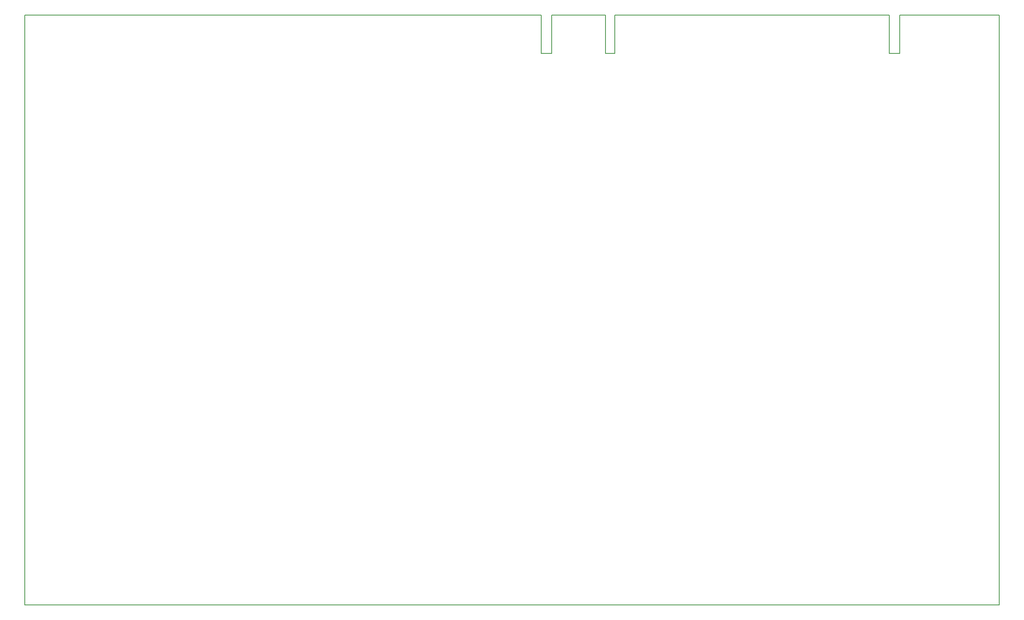
<source format=gbr>
%TF.GenerationSoftware,KiCad,Pcbnew,6.0.11-2627ca5db0~126~ubuntu22.04.1*%
%TF.CreationDate,2023-12-06T09:32:17+02:00*%
%TF.ProjectId,ZX-Spectrum-Pentagon,5a582d53-7065-4637-9472-756d2d50656e,pcb_v0.4*%
%TF.SameCoordinates,Original*%
%TF.FileFunction,Legend,Bot*%
%TF.FilePolarity,Positive*%
%FSLAX46Y46*%
G04 Gerber Fmt 4.6, Leading zero omitted, Abs format (unit mm)*
G04 Created by KiCad (PCBNEW 6.0.11-2627ca5db0~126~ubuntu22.04.1) date 2023-12-06 09:32:17*
%MOMM*%
%LPD*%
G01*
G04 APERTURE LIST*
%TA.AperFunction,Profile*%
%ADD10C,0.200000*%
%TD*%
G04 APERTURE END LIST*
D10*
X20320000Y-149320000D02*
X20320000Y-20320000D01*
X233420000Y-149320000D02*
X20320000Y-149320000D01*
X211630000Y-20320000D02*
X233420000Y-20320000D01*
X20320000Y-20320000D02*
X133250000Y-20320000D01*
X233420000Y-20320000D02*
X233420000Y-149320000D01*
%TO.C,XMCPU1*%
X211630000Y-28720000D02*
X211630000Y-20320000D01*
X133250000Y-20320000D02*
X133250000Y-28720000D01*
X209330000Y-28720000D02*
X211630000Y-28720000D01*
X149310000Y-20320000D02*
X209330000Y-20320000D01*
X147310000Y-20320000D02*
X147310000Y-28720000D01*
X135550000Y-20320000D02*
X147310000Y-20320000D01*
X135550000Y-28720000D02*
X135550000Y-20320000D01*
X147310000Y-28720000D02*
X149310000Y-28720000D01*
X209330000Y-20320000D02*
X209330000Y-28720000D01*
X149310000Y-28720000D02*
X149310000Y-20320000D01*
X133250000Y-28720000D02*
X135550000Y-28720000D01*
%TD*%
M02*

</source>
